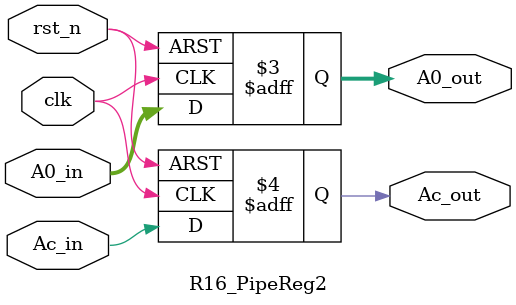
<source format=v>
`timescale 1 ns/1 ps                                     
module R16_PipeReg2(A0_out,                              
					  Ac_out,                                
                    A0_in,                               
					  Ac_in,                                 
                    rst_n,                               
                    clk                                  
                    ) ;                                  
                                                         
parameter P_WIDTH     = 64 ;                             
parameter P_ZERO      = 64'h0 ;                          
                                                         
                                                         
output [P_WIDTH-1:0] A0_out ;                            
output               Ac_out ;                            
                                                         
input [P_WIDTH-1:0]  A0_in ;                             
input                Ac_in ;                             
input                rst_n ;                             
input                clk ;                               
                                                         
reg [P_WIDTH-1:0]  A0_out ;                              
reg [P_WIDTH-1:0]  A1_out ;                              
reg                Ac_out ;                              
                                                         
                                                         
	//                                                     
	always @(posedge clk or negedge rst_n) begin           
		if(~rst_n) begin                                   
			A0_out <= P_ZERO ;                             
			Ac_out <= 1'b0 ;                               
		end                                                
		else begin                                         
			A0_out <= A0_in ;                              
			Ac_out <= Ac_in ;                              
		end                                                
	end                                                    
                                                         
endmodule                                                

</source>
